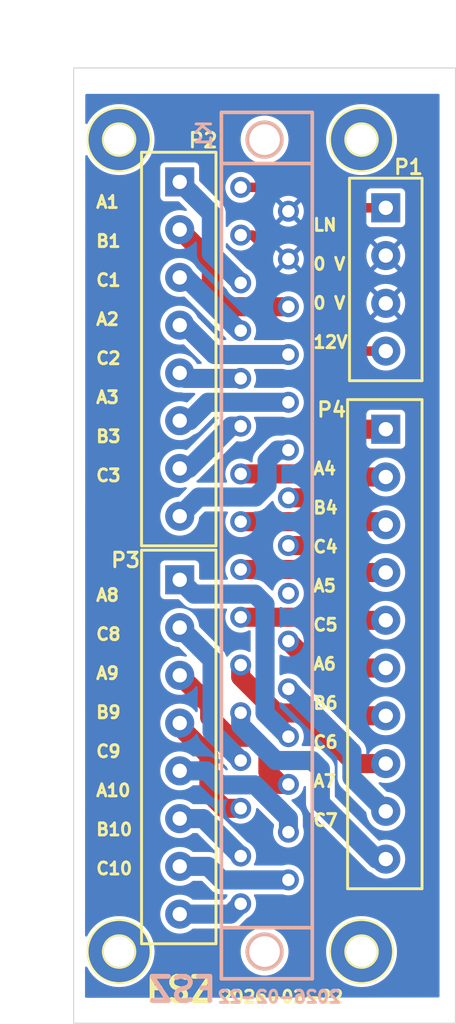
<source format=kicad_pcb>
(kicad_pcb (version 20211014) (generator pcbnew)
  (title_block (title "FSZ\\nBackplane") (date "2026-02-22") (rev "0438 -") (company "MV"))
  (layers (0 "F.Cu" signal) (31 "B.Cu" signal) (34 "B.Paste" user) (35 "F.Paste" user) (36 "B.SilkS" user "B.Silkscreen") (37 "F.SilkS" user "F.Silkscreen") (38 "B.Mask" user) (39 "F.Mask" user) (44 "Edge.Cuts" user))
  (net 0 "")
  (net 1 "/LN")
  (net 2 "GND")
  (net 3 "+12V")
  (net 4 "/A1")
  (net 5 "/B1")
  (net 6 "/C1")
  (net 7 "/A2")
  (net 8 "/C2")
  (net 9 "/A3")
  (net 10 "/B3")
  (net 11 "/C3")
  (net 12 "/A4")
  (net 13 "/B4")
  (net 14 "/C4")
  (net 15 "/A5")
  (net 16 "/C5")
  (net 17 "/A6")
  (net 18 "/B6")
  (net 19 "/C6")
  (net 20 "/A7")
  (net 21 "/C7")
  (net 22 "/A8")
  (net 23 "/C8")
  (net 24 "/A9")
  (net 25 "/B9")
  (net 26 "/C9")
  (net 27 "/A10")
  (net 28 "/B10")
  (net 29 "/C10")
  (footprint "base:HOLE_32" (layer "F.Cu") (at 48.76 109.9)
    (fp_text reference "HOLE" hide)
    (fp_text value "Val**" hide)
    (fp_circle (center 0 0) (end 3.302 0) (layer "F.SilkS") (width 0.2032) (fill none))
    (fp_circle (center 0 0) (end 1.7018 -0.0508) (layer "F.SilkS") (width 0.2032) (fill none))
    (pad "" thru_hole circle locked (at 0 0) (size 6.4008 6.4008) (drill 3.2004) (layers *.Cu *.Mask))
  )
  (footprint "base:HOLE_32" (layer "F.Cu") (at 74.16 109.9)
    (fp_text reference "HOLE" hide)
    (fp_text value "Val**" hide)
    (fp_circle (center 0 0) (end 1.7018 -0.0508) (layer "F.SilkS") (width 0.2032) (fill none))
    (fp_circle (center 0 0) (end 3.302 0) (layer "F.SilkS") (width 0.2032) (fill none))
    (pad "" thru_hole circle locked (at 0 0) (size 6.4008 6.4008) (drill 3.2004) (layers *.Cu *.Mask))
  )
  (footprint "base:AKL320_10" (layer "F.Cu") (at 76.7 162.72 -90)
    (fp_text reference "P4" (at -24.544 7.358) (layer "F.SilkS") (effects (font (size 1.524 1.524) (thickness 0.3048)) (justify left)))
    (fp_text value "FSZ_49_3" hide)
    (fp_line (start -25.6007 4.0005) (end 25.60064 4) (layer "F.SilkS") (width 0.3048))
    (fp_line (start 25.60064 -3.8) (end 25.60064 4) (layer "F.SilkS") (width 0.3048))
    (fp_line (start -25.6007 -3.8) (end 25.60064 -3.8) (layer "F.SilkS") (width 0.3048))
    (fp_line (start -25.6007 -3.8) (end -25.6007 4) (layer "F.SilkS") (width 0.3048))
    (pad "1" thru_hole rect (at -22.5 0 270) (size 3.048 3.048) (drill 1.50114) (layers *.Cu *.Mask) (net 12 "/A4"))
    (pad "2" thru_hole circle (at -17.50128 0 270) (size 3.048 3.048) (drill 1.50114) (layers *.Cu *.Mask) (net 13 "/B4"))
    (pad "3" thru_hole circle (at -12.50002 0 270) (size 3.048 3.048) (drill 1.50114) (layers *.Cu *.Mask) (net 14 "/C4"))
    (pad "4" thru_hole circle (at -7.5013 0 270) (size 3.048 3.048) (drill 1.50114) (layers *.Cu *.Mask) (net 15 "/A5"))
    (pad "5" thru_hole circle (at -2.50004 0 270) (size 3.048 3.048) (drill 1.50114) (layers *.Cu *.Mask) (net 16 "/C5"))
    (pad "6" thru_hole circle (at 2.49868 0 270) (size 3.048 3.048) (drill 1.50114) (layers *.Cu *.Mask) (net 17 "/A6"))
    (pad "7" thru_hole circle (at 7.49994 0 270) (size 3.048 3.048) (drill 1.50114) (layers *.Cu *.Mask) (net 18 "/B6"))
    (pad "8" thru_hole circle (at 12.49866 0 270) (size 3.048 3.048) (drill 1.50114) (layers *.Cu *.Mask) (net 19 "/C6"))
    (pad "9" thru_hole circle (at 17.5 0 270) (size 3.048 3.048) (drill 1.50114) (layers *.Cu *.Mask) (net 20 "/A7"))
    (pad "10" thru_hole circle (at 22.5 0 270) (size 3.048 3.048) (drill 1.50114) (layers *.Cu *.Mask) (net 21 "/C7"))
  )
  (footprint "base:HOLE_32" (layer "F.Cu") (at 74.16 194.9)
    (fp_text reference "HOLE" hide)
    (fp_text value "Val**" hide)
    (fp_circle (center 0 0) (end 3.302 0) (layer "F.SilkS") (width 0.2032) (fill none))
    (fp_circle (center 0 0) (end 1.7018 -0.0508) (layer "F.SilkS") (width 0.2032) (fill none))
    (pad "" thru_hole circle locked (at 0 0) (size 6.4008 6.4008) (drill 3.2004) (layers *.Cu *.Mask))
  )
  (footprint "base:AKL320_04" (layer "F.Cu") (at 76.7 124.54 -90)
    (fp_text reference "P1" (at -11.764 -4.072 180) (layer "F.SilkS") (effects (font (size 1.524 1.524) (thickness 0.3048)) (justify right)))
    (fp_text value "PWR" hide)
    (fp_line (start -10.6007 3.8) (end 10.60068 3.8) (layer "F.SilkS") (width 0.3048))
    (fp_line (start -10.6007 -3.8) (end -10.6007 3.8) (layer "F.SilkS") (width 0.3048))
    (fp_line (start 10.60068 -3.8) (end 10.60068 3.8) (layer "F.SilkS") (width 0.3048))
    (fp_line (start -10.6007 -3.8) (end 10.60068 -3.8) (layer "F.SilkS") (width 0.3048))
    (pad "1" thru_hole rect (at -7.49936 0 270) (size 3.048 3.048) (drill 1.50114) (layers *.Cu *.Mask) (net 1 "/LN"))
    (pad "2" thru_hole circle (at -2.50064 0 270) (size 3.048 3.048) (drill 1.50114) (layers *.Cu *.Mask) (net 2 "GND"))
    (pad "3" thru_hole circle (at 2.50062 0 270) (size 3.048 3.048) (drill 1.50114) (layers *.Cu *.Mask) (net 2 "GND"))
    (pad "4" thru_hole circle (at 7.49934 0 270) (size 3.048 3.048) (drill 1.50114) (layers *.Cu *.Mask) (net 3 "+12V"))
  )
  (footprint "base:AKL320_08" (layer "F.Cu") (at 55.11 173.482 -90)
    (fp_text reference "P3" (at -19.558 7.358) (layer "F.SilkS") (effects (font (size 1.524 1.524) (thickness 0.3048)) (justify left)))
    (fp_text value "FSZ_49_2" hide)
    (fp_line (start -20.6007 -3.8) (end -20.6007 4) (layer "F.SilkS") (width 0.3048))
    (fp_line (start 20.60064 -3.8) (end 20.60064 4) (layer "F.SilkS") (width 0.3048))
    (fp_line (start -20.6007 4.0005) (end 20.60064 4) (layer "F.SilkS") (width 0.3048))
    (fp_line (start -20.6007 -3.8) (end 20.60064 -3.8) (layer "F.SilkS") (width 0.3048))
    (pad "1" thru_hole rect (at -17.49936 0 270) (size 3.048 3.048) (drill 1.50114) (layers *.Cu *.Mask) (net 22 "/A8"))
    (pad "2" thru_hole circle (at -12.50064 0 270) (size 3.048 3.048) (drill 1.50114) (layers *.Cu *.Mask) (net 23 "/C8"))
    (pad "3" thru_hole circle (at -7.49938 0 270) (size 3.048 3.048) (drill 1.50114) (layers *.Cu *.Mask) (net 24 "/A9"))
    (pad "4" thru_hole circle (at -2.50066 0 270) (size 3.048 3.048) (drill 1.50114) (layers *.Cu *.Mask) (net 25 "/B9"))
    (pad "5" thru_hole circle (at 2.5006 0 270) (size 3.048 3.048) (drill 1.50114) (layers *.Cu *.Mask) (net 26 "/C9"))
    (pad "6" thru_hole circle (at 7.49932 0 270) (size 3.048 3.048) (drill 1.50114) (layers *.Cu *.Mask) (net 27 "/A10"))
    (pad "7" thru_hole circle (at 12.50058 0 270) (size 3.048 3.048) (drill 1.50114) (layers *.Cu *.Mask) (net 28 "/B10"))
    (pad "8" thru_hole circle (at 17.4993 0 270) (size 3.048 3.048) (drill 1.50114) (layers *.Cu *.Mask) (net 29 "/C10"))
  )
  (footprint "base:AKL320_08" (layer "F.Cu") (at 55.11 131.826 -90)
    (fp_text reference "P2" (at -21.844 -0.77) (layer "F.SilkS") (effects (font (size 1.524 1.524) (thickness 0.3048)) (justify left)))
    (fp_text value "FSZ_49_1" hide)
    (fp_line (start -20.6007 -3.8) (end -20.6007 4) (layer "F.SilkS") (width 0.3048))
    (fp_line (start 20.60064 -3.8) (end 20.60064 4) (layer "F.SilkS") (width 0.3048))
    (fp_line (start -20.6007 4.0005) (end 20.60064 4) (layer "F.SilkS") (width 0.3048))
    (fp_line (start -20.6007 -3.8) (end 20.60064 -3.8) (layer "F.SilkS") (width 0.3048))
    (pad "1" thru_hole rect (at -17.49936 0 270) (size 3.048 3.048) (drill 1.50114) (layers *.Cu *.Mask) (net 4 "/A1"))
    (pad "2" thru_hole circle (at -12.50064 0 270) (size 3.048 3.048) (drill 1.50114) (layers *.Cu *.Mask) (net 5 "/B1"))
    (pad "3" thru_hole circle (at -7.49938 0 270) (size 3.048 3.048) (drill 1.50114) (layers *.Cu *.Mask) (net 6 "/C1"))
    (pad "4" thru_hole circle (at -2.50066 0 270) (size 3.048 3.048) (drill 1.50114) (layers *.Cu *.Mask) (net 7 "/A2"))
    (pad "5" thru_hole circle (at 2.5006 0 270) (size 3.048 3.048) (drill 1.50114) (layers *.Cu *.Mask) (net 8 "/C2"))
    (pad "6" thru_hole circle (at 7.49932 0 270) (size 3.048 3.048) (drill 1.50114) (layers *.Cu *.Mask) (net 9 "/A3"))
    (pad "7" thru_hole circle (at 12.50058 0 270) (size 3.048 3.048) (drill 1.50114) (layers *.Cu *.Mask) (net 10 "/B3"))
    (pad "8" thru_hole circle (at 17.4993 0 270) (size 3.048 3.048) (drill 1.50114) (layers *.Cu *.Mask) (net 11 "/C3"))
  )
  (footprint "base:HOLE_32" (layer "F.Cu") (at 48.76 194.9)
    (fp_text reference "HOLE" hide)
    (fp_text value "Val**" hide)
    (fp_circle (center 0 0) (end 1.7018 -0.0508) (layer "F.SilkS") (width 0.2032) (fill none))
    (fp_circle (center 0 0) (end 3.302 0) (layer "F.SilkS") (width 0.2032) (fill none))
    (pad "" thru_hole circle locked (at 0 0) (size 6.4008 6.4008) (drill 3.2004) (layers *.Cu *.Mask))
  )
  (footprint "base:DIN41617-31_Bu" (layer "B.Cu") (at 64 152.4 -90)
    (fp_text reference "K1" (at -44.704 6.342 90) (layer "B.SilkS") (effects (font (size 1.524 1.524) (thickness 0.3048)) (justify left mirror)))
    (fp_text value "FSZ" hide)
    (fp_line (start -45.35 4.525) (end -45.35 -5) (layer "B.SilkS") (width 0.381))
    (fp_line (start -40 4.5) (end -40 -5) (layer "B.SilkS") (width 0.381))
    (fp_line (start 40 4.5) (end 40 -5) (layer "B.SilkS") (width 0.381))
    (fp_line (start 45.35 -5) (end 45.35 4.525) (layer "B.SilkS") (width 0.381))
    (fp_line (start -45.35 4.525) (end 45.35 4.525) (layer "B.SilkS") (width 0.381))
    (fp_line (start -45.35 -5) (end 45.35 -5) (layer "B.SilkS") (width 0.381))
    (pad "1" thru_hole circle (at -37.5 2.5 270) (size 2.2 2.2) (drill 1.3) (layers *.Cu *.Mask) (net 1 "/LN"))
    (pad "2" thru_hole circle (at -35 -2.5 270) (size 2.2 2.2) (drill 1.3) (layers *.Cu *.Mask) (net 2 "GND"))
    (pad "3" thru_hole circle (at -32.5 2.5 270) (size 2.2 2.2) (drill 1.3) (layers *.Cu *.Mask) (net 3 "+12V"))
    (pad "4" thru_hole circle (at -30 -2.5 270) (size 2.2 2.2) (drill 1.3) (layers *.Cu *.Mask) (net 2 "GND"))
    (pad "5" thru_hole circle (at -27.5 2.5 270) (size 2.2 2.2) (drill 1.3) (layers *.Cu *.Mask) (net 4 "/A1"))
    (pad "6" thru_hole circle (at -25 -2.5 270) (size 2.2 2.2) (drill 1.3) (layers *.Cu *.Mask) (net 5 "/B1"))
    (pad "7" thru_hole circle (at -22.5 2.5 270) (size 2.2 2.2) (drill 1.3) (layers *.Cu *.Mask) (net 6 "/C1"))
    (pad "8" thru_hole circle (at -20 -2.5 270) (size 2.2 2.2) (drill 1.3) (layers *.Cu *.Mask) (net 7 "/A2"))
    (pad "9" thru_hole circle (at -17.5 2.5 270) (size 2.2 2.2) (drill 1.3) (layers *.Cu *.Mask) (net 8 "/C2"))
    (pad "10" thru_hole circle (at -15 -2.5 270) (size 2.2 2.2) (drill 1.3) (layers *.Cu *.Mask) (net 9 "/A3"))
    (pad "11" thru_hole circle (at -12.5 2.5 270) (size 2.2 2.2) (drill 1.3) (layers *.Cu *.Mask) (net 10 "/B3"))
    (pad "12" thru_hole circle (at -10 -2.5 270) (size 2.2 2.2) (drill 1.3) (layers *.Cu *.Mask) (net 11 "/C3"))
    (pad "13" thru_hole circle (at -7.5 2.5 270) (size 2.2 2.2) (drill 1.3) (layers *.Cu *.Mask) (net 12 "/A4"))
    (pad "14" thru_hole circle (at -5 -2.5 270) (size 2.2 2.2) (drill 1.3) (layers *.Cu *.Mask) (net 13 "/B4"))
    (pad "15" thru_hole circle (at -2.5 2.5 270) (size 2.2 2.2) (drill 1.3) (layers *.Cu *.Mask) (net 14 "/C4"))
    (pad "16" thru_hole circle (at 0 -2.5 270) (size 2.2 2.2) (drill 1.3) (layers *.Cu *.Mask) (net 15 "/A5"))
    (pad "17" thru_hole circle (at 2.5 2.5 270) (size 2.2 2.2) (drill 1.3) (layers *.Cu *.Mask) (net 16 "/C5"))
    (pad "18" thru_hole circle (at 5 -2.5 270) (size 2.2 2.2) (drill 1.3) (layers *.Cu *.Mask))
    (pad "19" thru_hole circle (at 7.5 2.5 270) (size 2.2 2.2) (drill 1.3) (layers *.Cu *.Mask) (net 17 "/A6"))
    (pad "20" thru_hole circle (at 10 -2.5 270) (size 2.2 2.2) (drill 1.3) (layers *.Cu *.Mask) (net 18 "/B6"))
    (pad "21" thru_hole circle (at 12.5 2.5 270) (size 2.2 2.2) (drill 1.3) (layers *.Cu *.Mask) (net 19 "/C6"))
    (pad "22" thru_hole circle (at 15 -2.5 270) (size 2.2 2.2) (drill 1.3) (layers *.Cu *.Mask) (net 20 "/A7"))
    (pad "23" thru_hole circle (at 17.5 2.5 270) (size 2.2 2.2) (drill 1.3) (layers *.Cu *.Mask) (net 21 "/C7"))
    (pad "24" thru_hole circle (at 20 -2.5 270) (size 2.2 2.2) (drill 1.3) (layers *.Cu *.Mask) (net 22 "/A8"))
    (pad "25" thru_hole circle (at 22.5 2.5 270) (size 2.2 2.2) (drill 1.3) (layers *.Cu *.Mask) (net 23 "/C8"))
    (pad "26" thru_hole circle (at 25.00122 -2.5 270) (size 2.2 2.2) (drill 1.3) (layers *.Cu *.Mask) (net 24 "/A9"))
    (pad "27" thru_hole circle (at 27.5 2.5 270) (size 2.2 2.2) (drill 1.3) (layers *.Cu *.Mask) (net 25 "/B9"))
    (pad "28" thru_hole circle (at 29.99994 -2.5 270) (size 2.2 2.2) (drill 1.3) (layers *.Cu *.Mask) (net 26 "/C9"))
    (pad "29" thru_hole circle (at 32.5 2.5 270) (size 2.2 2.2) (drill 1.3) (layers *.Cu *.Mask) (net 27 "/A10"))
    (pad "30" thru_hole circle (at 35 -2.5 270) (size 2.2 2.2) (drill 1.3) (layers *.Cu *.Mask) (net 28 "/B10"))
    (pad "31" thru_hole circle (at 37.5 2.5 270) (size 2.2 2.2) (drill 1.3) (layers *.Cu *.Mask) (net 29 "/C10"))
    (pad "H1" thru_hole circle (at -42.5 0 270) (size 4 4) (drill 3.2) (layers *.Cu *.Mask "B.SilkS"))
    (pad "H2" thru_hole circle (at 42.5 0 270) (size 4 4) (drill 3.2) (layers *.Cu *.Mask "B.SilkS"))
  )
  (gr_line (start 44 102.4) (end 84 102.4) (layer "Edge.Cuts") (width 0.1))
  (gr_line (start 44 102.4) (end 44 202.4) (layer "Edge.Cuts") (width 0.1))
  (gr_line (start 44 202.4) (end 84 202.4) (layer "Edge.Cuts") (width 0.1))
  (gr_line (start 84 102.4) (end 84 202.4) (layer "Edge.Cuts") (width 0.1))
  (gr_text "FSZ" (at 55.372 198.882) (layer "B.SilkS") (effects (font (size 2.54 2.54) (thickness 0.508)) (justify mirror)))
  (gr_text "2026-02-22" (at 72.136 199.644) (layer "B.SilkS") (effects (font (size 1.27 1.27) (thickness 0.3048)) (justify left mirror)))
  (gr_text "FSZ" (at 55.118 198.882) (layer "F.SilkS") (effects (font (size 2.54 2.54) (thickness 0.508))))
  (gr_text "A1\n\nB1\n\nC1\n\nA2\n\nC2\n\nA3\n\nB3\n\nC3" (at 46.2 130.75) (layer "F.SilkS") (effects (font (size 1.27 1.27) (thickness 0.3048)) (justify left)))
  (gr_text "2026-02-22" (at 59.182 199.644) (layer "F.SilkS") (effects (font (size 1.27 1.27) (thickness 0.3048)) (justify left)))
  (gr_text "A4\n\nB4\n\nC4\n\nA5\n\nC5\n\nA6\n\nB6\n\nC6\n\nA7\n\nC7" (at 68.95 162.75) (layer "F.SilkS") (effects (font (size 1.27 1.27) (thickness 0.3048)) (justify left)))
  (gr_text "A8\n\nC8\n\nA9\n\nB9\n\nC9\n\nA10\n\nB10\n\nC10" (at 46.2 171.9) (layer "F.SilkS") (effects (font (size 1.27 1.27) (thickness 0.3048)) (justify left)))
  (gr_text "LN\n\n0 V\n\n0 V\n\n12V" (at 68.95 124.968) (layer "F.SilkS") (effects (font (size 1.27 1.27) (thickness 0.3048)) (justify left)))
  (segment (start 69.434 114.9) (end 71.57464 117.04064) (width 1) (layer "F.Cu") (net 1))
  (segment (start 71.57464 117.04064) (end 76.7 117.04064) (width 1) (layer "F.Cu") (net 1))
  (segment (start 61.5 114.9) (end 69.434 114.9) (width 1) (layer "F.Cu") (net 1))
  (segment (start 76.7 132.03934) (end 72.34934 132.03934) (width 1) (layer "F.Cu") (net 3))
  (segment (start 63.5 122.936) (end 63.5 120.65) (width 1) (layer "F.Cu") (net 3))
  (segment (start 65.532 124.968) (end 63.5 122.936) (width 1) (layer "F.Cu") (net 3))
  (segment (start 70.866 130.556) (end 70.866 127.508) (width 1) (layer "F.Cu") (net 3))
  (segment (start 63.5 120.65) (end 62.75 119.9) (width 1) (layer "F.Cu") (net 3))
  (segment (start 68.326 124.968) (end 65.532 124.968) (width 1) (layer "F.Cu") (net 3))
  (segment (start 62.75 119.9) (end 61.5 119.9) (width 1) (layer "F.Cu") (net 3))
  (segment (start 72.34934 132.03934) (end 70.866 130.556) (width 1) (layer "F.Cu") (net 3))
  (segment (start 70.866 127.508) (end 68.326 124.968) (width 1) (layer "F.Cu") (net 3))
  (segment (start 58.42 117.6367) (end 58.42 121.82) (width 2) (layer "B.Cu") (net 4))
  (segment (start 58.42 121.82) (end 61.5 124.9) (width 2) (layer "B.Cu") (net 4))
  (segment (start 55.11 114.3267) (end 58.42 117.6367) (width 2) (layer "B.Cu") (net 4))
  (segment (start 55.11 119.32542) (end 58.42 122.63542) (width 2) (layer "F.Cu") (net 5))
  (segment (start 58.42 126.17) (end 59.65 127.4) (width 2) (layer "F.Cu") (net 5))
  (segment (start 59.65 127.4) (end 66.5 127.4) (width 2) (layer "F.Cu") (net 5))
  (segment (start 58.42 122.63542) (end 58.42 126.17) (width 2) (layer "F.Cu") (net 5))
  (segment (start 55.74668 124.32668) (end 61.32 129.9) (width 2) (layer "B.Cu") (net 6))
  (segment (start 55.11 124.32668) (end 55.74668 124.32668) (width 2) (layer "B.Cu") (net 6))
  (segment (start 61.32 129.9) (end 61.5 129.9) (width 2) (layer "B.Cu") (net 6))
  (segment (start 58.74 132.4) (end 66.5 132.4) (width 2) (layer "B.Cu") (net 7))
  (segment (start 55.11 129.3254) (end 55.6654 129.3254) (width 2) (layer "B.Cu") (net 7))
  (segment (start 55.6654 129.3254) (end 58.74 132.4) (width 2) (layer "B.Cu") (net 7))
  (segment (start 55.68334 134.9) (end 55.11 134.32666) (width 2) (layer "B.Cu") (net 8))
  (segment (start 61.5 134.9) (end 55.68334 134.9) (width 2) (layer "B.Cu") (net 8))
  (segment (start 55.11 139.32538) (end 56.14 139.32538) (width 2) (layer "B.Cu") (net 9))
  (segment (start 58.06538 137.4) (end 66.5 137.4) (width 2) (layer "B.Cu") (net 9))
  (segment (start 56.14 139.32538) (end 58.06538 137.4) (width 2) (layer "B.Cu") (net 9))
  (segment (start 56.07936 144.32664) (end 60.506 139.9) (width 2) (layer "B.Cu") (net 10))
  (segment (start 60.506 139.9) (end 61.5 139.9) (width 2) (layer "B.Cu") (net 10))
  (segment (start 55.11 144.32664) (end 56.07936 144.32664) (width 2) (layer "B.Cu") (net 10))
  (segment (start 65.372 142.4) (end 66.5 142.4) (width 2) (layer "B.Cu") (net 11))
  (segment (start 64.262 143.51) (end 65.372 142.4) (width 2) (layer "B.Cu") (net 11))
  (segment (start 64.262 146.096) (end 64.262 143.51) (width 2) (layer "B.Cu") (net 11))
  (segment (start 57.11536 147.32) (end 63.038 147.32) (width 2) (layer "B.Cu") (net 11))
  (segment (start 55.11 149.32536) (end 57.11536 147.32) (width 2) (layer "B.Cu") (net 11))
  (segment (start 63.038 147.32) (end 64.262 146.096) (width 2) (layer "B.Cu") (net 11))
  (segment (start 69.25 144.9) (end 73.93 140.22) (width 2) (layer "F.Cu") (net 12))
  (segment (start 61.5 144.9) (end 69.25 144.9) (width 2) (layer "F.Cu") (net 12))
  (segment (start 73.93 140.22) (end 76.7 140.22) (width 2) (layer "F.Cu") (net 12))
  (segment (start 66.5 147.4) (end 71.4 147.4) (width 2) (layer "F.Cu") (net 13))
  (segment (start 73.58 145.22) (end 76.7 145.22) (width 2) (layer "F.Cu") (net 13))
  (segment (start 71.4 147.4) (end 73.58 145.22) (width 2) (layer "F.Cu") (net 13))
  (segment (start 76.37866 149.9) (end 76.7 150.22134) (width 2) (layer "F.Cu") (net 14))
  (segment (start 61.5 149.9) (end 76.37866 149.9) (width 2) (layer "F.Cu") (net 14))
  (segment (start 70.85 152.4) (end 73.67006 155.22006) (width 2) (layer "F.Cu") (net 15))
  (segment (start 66.5 152.4) (end 70.85 152.4) (width 2) (layer "F.Cu") (net 15))
  (segment (start 73.67006 155.22006) (end 76.7 155.22006) (width 2) (layer "F.Cu") (net 15))
  (segment (start 73.92132 160.22132) (end 76.7 160.22132) (width 2) (layer "F.Cu") (net 16))
  (segment (start 68.6 154.9) (end 73.92132 160.22132) (width 2) (layer "F.Cu") (net 16))
  (segment (start 61.5 154.9) (end 68.6 154.9) (width 2) (layer "F.Cu") (net 16))
  (segment (start 69.15 159.9) (end 74.47004 165.22004) (width 2) (layer "F.Cu") (net 17))
  (segment (start 74.47004 165.22004) (end 76.7 165.22004) (width 2) (layer "F.Cu") (net 17))
  (segment (start 61.5 159.9) (end 69.15 159.9) (width 2) (layer "F.Cu") (net 17))
  (segment (start 66.5 162.4) (end 74.3213 170.2213) (width 2) (layer "F.Cu") (net 18))
  (segment (start 74.3213 170.2213) (end 76.7 170.2213) (width 2) (layer "F.Cu") (net 18))
  (segment (start 65.276 169.926) (end 68.176 169.926) (width 2) (layer "F.Cu") (net 19))
  (segment (start 73.47002 175.22002) (end 76.7 175.22002) (width 2) (layer "F.Cu") (net 19))
  (segment (start 61.5 166.15) (end 65.276 169.926) (width 2) (layer "F.Cu") (net 19))
  (segment (start 61.5 164.9) (end 61.5 166.15) (width 2) (layer "F.Cu") (net 19))
  (segment (start 68.176 169.926) (end 73.47002 175.22002) (width 2) (layer "F.Cu") (net 19))
  (segment (start 73.152 173.99) (end 66.562 167.4) (width 2) (layer "B.Cu") (net 20))
  (segment (start 76.7 180.22128) (end 73.152 176.67328) (width 2) (layer "B.Cu") (net 20))
  (segment (start 66.562 167.4) (end 66.5 167.4) (width 2) (layer "B.Cu") (net 20))
  (segment (start 73.152 176.67328) (end 73.152 173.99) (width 2) (layer "B.Cu") (net 20))
  (segment (start 65.172 174.9) (end 68.982 174.9) (width 2) (layer "B.Cu") (net 21))
  (segment (start 61.5 171.228) (end 65.172 174.9) (width 2) (layer "B.Cu") (net 21))
  (segment (start 69.85 175.768) (end 69.85 179.324) (width 2) (layer "B.Cu") (net 21))
  (segment (start 75.746 185.22) (end 76.7 185.22) (width 2) (layer "B.Cu") (net 21))
  (segment (start 69.85 179.324) (end 75.746 185.22) (width 2) (layer "B.Cu") (net 21))
  (segment (start 68.982 174.9) (end 69.85 175.768) (width 2) (layer "B.Cu") (net 21))
  (segment (start 61.5 169.9) (end 61.5 171.228) (width 2) (layer "B.Cu") (net 21))
  (segment (start 55.11 155.9827) (end 56.6073 157.48) (width 2) (layer "B.Cu") (net 22))
  (segment (start 56.6073 157.48) (end 62.992 157.48) (width 2) (layer "B.Cu") (net 22))
  (segment (start 62.992 157.48) (end 64.05 158.538) (width 2) (layer "B.Cu") (net 22))
  (segment (start 64.05 169.95) (end 66.5 172.4) (width 2) (layer "B.Cu") (net 22))
  (segment (start 64.05 158.538) (end 64.05 169.95) (width 2) (layer "B.Cu") (net 22))
  (segment (start 58.5 164.37142) (end 58.5 171.9) (width 2) (layer "B.Cu") (net 23))
  (segment (start 58.5 171.9) (end 61.5 174.9) (width 2) (layer "B.Cu") (net 23))
  (segment (start 55.11 160.98142) (end 58.5 164.37142) (width 2) (layer "B.Cu") (net 23))
  (segment (start 64.35 176.11) (end 64.35 174.078) (width 2) (layer "F.Cu") (net 24))
  (segment (start 58.25 170.384) (end 58.25 169.12268) (width 2) (layer "F.Cu") (net 24))
  (segment (start 66.5 177.40122) (end 65.64122 177.40122) (width 2) (layer "F.Cu") (net 24))
  (segment (start 60.332 172.466) (end 58.25 170.384) (width 2) (layer "F.Cu") (net 24))
  (segment (start 58.25 169.12268) (end 55.11 165.98268) (width 2) (layer "F.Cu") (net 24))
  (segment (start 64.35 174.078) (end 62.738 172.466) (width 2) (layer "F.Cu") (net 24))
  (segment (start 62.738 172.466) (end 60.332 172.466) (width 2) (layer "F.Cu") (net 24))
  (segment (start 65.64122 177.40122) (end 64.35 176.11) (width 2) (layer "F.Cu") (net 24))
  (segment (start 58.166 178.308) (end 58.166 174.3626) (width 2) (layer "F.Cu") (net 25))
  (segment (start 61.5 179.9) (end 59.758 179.9) (width 2) (layer "F.Cu") (net 25))
  (segment (start 58.166 174.3626) (end 58.1339 174.3626) (width 2) (layer "F.Cu") (net 25))
  (segment (start 58.1339 174.3626) (end 55.11 171.3387) (width 2) (layer "F.Cu") (net 25))
  (segment (start 59.758 179.9) (end 58.166 178.308) (width 2) (layer "F.Cu") (net 25))
  (segment (start 55.11 171.3387) (end 55.11 170.9814) (width 2) (layer "F.Cu") (net 25))
  (segment (start 63 177.45) (end 66.5 180.95) (width 2) (layer "B.Cu") (net 26))
  (segment (start 57.88266 175.98266) (end 59.35 177.45) (width 2) (layer "B.Cu") (net 26))
  (segment (start 59.35 177.45) (end 63 177.45) (width 2) (layer "B.Cu") (net 26))
  (segment (start 55.11 175.98266) (end 57.88266 175.98266) (width 2) (layer "B.Cu") (net 26))
  (segment (start 66.5 180.95) (end 66.5 182.39994) (width 2) (layer "B.Cu") (net 26))
  (segment (start 57.58138 180.98138) (end 61.5 184.9) (width 2) (layer "B.Cu") (net 27))
  (segment (start 55.11 180.98138) (end 57.58138 180.98138) (width 2) (layer "B.Cu") (net 27))
  (segment (start 59.5 187.4) (end 58.08264 185.98264) (width 2) (layer "B.Cu") (net 28))
  (segment (start 55.11 185.98264) (end 58.08264 185.98264) (width 2) (layer "B.Cu") (net 28))
  (segment (start 66.5 187.4) (end 59.5 187.4) (width 2) (layer "B.Cu") (net 28))
  (segment (start 60.41864 190.98136) (end 61.5 189.9) (width 2) (layer "B.Cu") (net 29))
  (segment (start 55.11 190.98136) (end 60.41864 190.98136) (width 2) (layer "B.Cu") (net 29))
  (zone (net 2) (net_name "GND") (layer "B.Cu") (connect_pads (clearance 0.508)) (min_thickness 0.254) (fill yes (thermal_gap 0.508) (thermal_bridge_width 0.508))
    (polygon (pts (xy 82.334914 105.103282) (xy 82.330944 199.705328) (xy 45.188742 199.741478) (xy 45.218112 105.114032)))
  )
)
</source>
